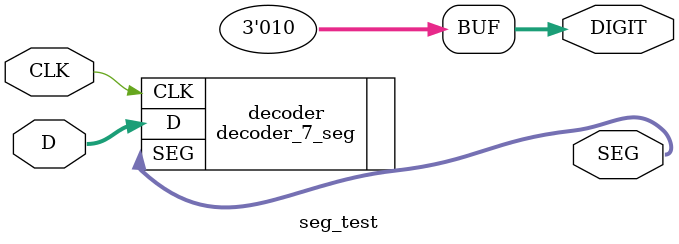
<source format=v>
`timescale 1ns / 1ps
module seg_test(
    input CLK,
    input [3:0] D,
    output [7:0] SEG,
    output [2:0] DIGIT
    );
assign DIGIT = 3'b010;
decoder_7_seg decoder(.CLK (CLK), .SEG (SEG), .D (D));

endmodule

</source>
